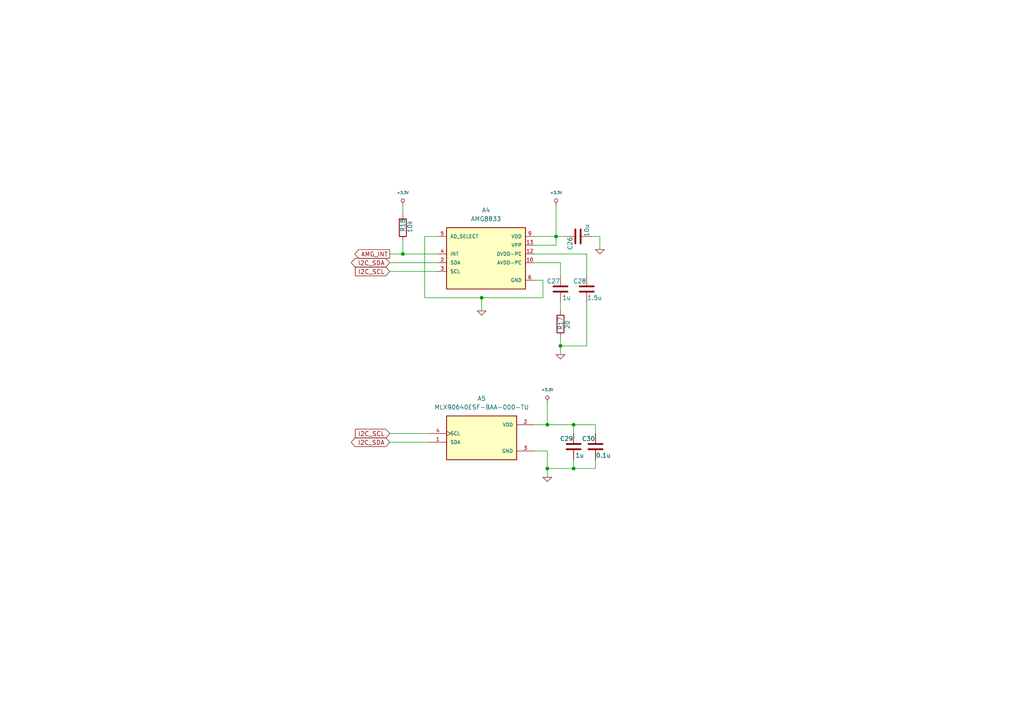
<source format=kicad_sch>
(kicad_sch (version 20250114) (generator "eeschema") (generator_version "9.0")
  (paper "A4")
  (title_block (date "2025-06-18") (rev "1"))
  (lib_symbols
    (symbol "Device:R" (pin_numbers (hide yes)) (pin_names (offset 0))
      (property "Reference" "R" (at 2.032 0 90))
      (property "Value" "R" (at 0 0 90))
      (symbol "R_0_1"
        (rectangle (start -1.016 -2.54) (end 1.016 2.54) (stroke (width 0.254)))
      )
      (symbol "R_1_1"
        (pin passive line (at 0 3.81 270) (length 1.27) (name "~") (number "1"))
        (pin passive line (at 0 -3.81 90) (length 1.27) (name "~") (number "2"))
      )
    )
    (symbol "HLDC_E1:+3.3V" (power) (pin_names (offset 0))
      (property "Value" "+3.3V" (at 0 2.794 0))
      (symbol "+3.3V_0_0"
        (pin power_in line (at 0 0 90) (length 0) (hide yes) (name "+3.3V") (number "1"))
      )
      (symbol "+3.3V_0_1"
        (circle (center 0 1.524) (radius 0.508))
        (polyline (pts (xy 0 0) (xy 0 1.016) (xy 0 1.016)))
      )
    )
    (symbol "HLDC_E1:AMG8833" (pin_names (offset 1.016))
      (property "Reference" "A" (at -10.176 7.632 0))
      (property "Value" "AMG8833" (at -10.1931 -12.7413 0))
      (symbol "AMG8833_0_0"
        (rectangle (start -10.16 -10.16) (end 12.7 7.62) (stroke (width 0.254)) (fill (type background)))
        (pin input line (at -12.7 5.08 0) (length 2.54) (name "AD_SELECT") (number "5"))
        (pin bidirectional line (at -12.7 0 0) (length 2.54) (name "INT") (number "4"))
        (pin bidirectional line (at -12.7 -2.54 0) (length 2.54) (name "SDA") (number "2"))
        (pin bidirectional line (at -12.7 -5.08 0) (length 2.54) (name "SCL") (number "3"))
        (pin power_in line (at 15.24 5.08 180) (length 2.54) (name "VDD") (number "9"))
        (pin power_in line (at 15.24 2.54 180) (length 2.54) (name "VPP") (number "13"))
        (pin power_in line (at 15.24 0 180) (length 2.54) (name "DVDD-PC") (number "12"))
        (pin power_in line (at 15.24 -2.54 180) (length 2.54) (name "AVDD-PC") (number "10"))
        (pin power_in line (at 15.24 -7.62 180) (length 2.54) (name "GND") (number "6"))
      )
    )
    (symbol "HLDC_E1:C" (pin_numbers (hide yes)) (pin_names (offset 0.254))
      (property "Reference" "C" (at 0 2.54 0))
      (property "Value" "C" (at 0.1524 -2.159 0))
      (symbol "C_0_1"
        (polyline (pts (xy -2.032 0.762) (xy 2.032 0.762)) (stroke (width 0.508)))
        (polyline (pts (xy -2.032 -0.762) (xy 2.032 -0.762)) (stroke (width 0.508)))
      )
      (symbol "C_1_1"
        (pin passive line (at 0 3.81 270) (length 3.048) (name "~") (number "1"))
        (pin passive line (at 0 -3.81 90) (length 3.048) (name "~") (number "2"))
      )
    )
    (symbol "HLDC_E1:GND" (power) (pin_names (offset 0))
      (symbol "GND_0_1"
        (polyline (pts (xy -1.27 0) (xy 0 -1.27) (xy 1.27 0) (xy -1.27 0)))
      )
      (symbol "GND_1_1"
        (pin power_in line (at 0 0 90) (length 0) (hide yes) (name "GND") (number "1"))
      )
    )
    (symbol "HLDC_E1:MLX90640ESF-BAA-000-TU" (pin_names (offset 1.016))
      (property "Reference" "A" (at -10.16 5.588 0))
      (property "Value" "MLX90640ESF-BAA-000-TU" (at -10.16 -8.89 0))
      (symbol "MLX90640ESF-BAA-000-TU_0_0"
        (rectangle (start -10.16 -7.62) (end 10.16 5.08) (stroke (width 0.254)) (fill (type background)))
        (pin input clock (at -15.24 0 0) (length 5.08) (name "SCL") (number "4"))
        (pin bidirectional line (at -15.24 -2.54 0) (length 5.08) (name "SDA") (number "1"))
        (pin power_in line (at 15.24 2.54 180) (length 5.08) (name "VDD") (number "2"))
        (pin power_in line (at 15.24 -5.08 180) (length 5.08) (name "GND") (number "3"))
      )
    )
  )
  (junction (at 116.84 73.66))
  (junction (at 166.37 135.89))
  (junction (at 139.7 86.36))
  (junction (at 158.75 135.89))
  (junction (at 162.56 100.33))
  (junction (at 158.75 123.19))
  (junction (at 161.29 68.58))
  (junction (at 166.37 123.19))
  (wire (pts (xy 161.29 71.12) (xy 154.94 71.12)))
  (wire (pts (xy 127 73.66) (xy 116.84 73.66)))
  (wire (pts (xy 170.18 100.33) (xy 162.56 100.33)))
  (wire (pts (xy 154.94 130.81) (xy 158.75 130.81)))
  (wire (pts (xy 123.19 86.36) (xy 139.7 86.36)))
  (wire (pts (xy 157.48 86.36) (xy 139.7 86.36)))
  (wire (pts (xy 139.7 86.36) (xy 139.7 90.17)))
  (wire (pts (xy 116.84 59.69) (xy 116.84 62.23)))
  (wire (pts (xy 158.75 116.84) (xy 158.75 123.19)))
  (wire (pts (xy 154.94 73.66) (xy 170.18 73.66)))
  (wire (pts (xy 171.45 68.58) (xy 173.99 68.58)))
  (wire (pts (xy 154.94 81.28) (xy 157.48 81.28)))
  (wire (pts (xy 170.18 87.63) (xy 170.18 100.33)))
  (wire (pts (xy 157.48 81.28) (xy 157.48 86.36)))
  (wire (pts (xy 162.56 76.2) (xy 162.56 80.01)))
  (wire (pts (xy 170.18 73.66) (xy 170.18 80.01)))
  (wire (pts (xy 166.37 135.89) (xy 158.75 135.89)))
  (wire (pts (xy 116.84 73.66) (xy 116.84 69.85)))
  (wire (pts (xy 161.29 68.58) (xy 163.83 68.58)))
  (wire (pts (xy 154.94 76.2) (xy 162.56 76.2)))
  (wire (pts (xy 161.29 59.69) (xy 161.29 68.58)))
  (wire (pts (xy 173.99 68.58) (xy 173.99 72.39)))
  (wire (pts (xy 158.75 135.89) (xy 158.75 138.43)))
  (wire (pts (xy 113.03 73.66) (xy 116.84 73.66)))
  (wire (pts (xy 172.72 133.35) (xy 172.72 135.89)))
  (wire (pts (xy 154.94 68.58) (xy 161.29 68.58)))
  (wire (pts (xy 162.56 97.79) (xy 162.56 100.33)))
  (wire (pts (xy 113.03 125.73) (xy 124.46 125.73)))
  (wire (pts (xy 158.75 123.19) (xy 166.37 123.19)))
  (wire (pts (xy 172.72 135.89) (xy 166.37 135.89)))
  (wire (pts (xy 166.37 123.19) (xy 166.37 125.73)))
  (wire (pts (xy 166.37 133.35) (xy 166.37 135.89)))
  (wire (pts (xy 123.19 68.58) (xy 123.19 86.36)))
  (wire (pts (xy 127 68.58) (xy 123.19 68.58)))
  (wire (pts (xy 158.75 123.19) (xy 154.94 123.19)))
  (wire (pts (xy 113.03 128.27) (xy 124.46 128.27)))
  (wire (pts (xy 162.56 100.33) (xy 162.56 102.87)))
  (wire (pts (xy 161.29 68.58) (xy 161.29 71.12)))
  (wire (pts (xy 166.37 123.19) (xy 172.72 123.19)))
  (wire (pts (xy 172.72 123.19) (xy 172.72 125.73)))
  (wire (pts (xy 113.03 76.2) (xy 127 76.2)))
  (wire (pts (xy 113.03 78.74) (xy 127 78.74)))
  (wire (pts (xy 162.56 87.63) (xy 162.56 90.17)))
  (wire (pts (xy 158.75 130.81) (xy 158.75 135.89)))
  (global_label "I2C_SDA" (shape bidirectional) (at 113.03 76.2 180) (property "Intersheetrefs" "${INTERSHEET_REFS}" (effects (hide yes))))
  (global_label "I2C_SCL" (shape input) (at 113.03 78.74 180) (property "Intersheetrefs" "${INTERSHEET_REFS}" (effects (hide yes))))
  (global_label "AMG_INT" (shape output) (at 113.03 73.66 180) (property "Intersheetrefs" "${INTERSHEET_REFS}" (effects (hide yes))))
  (global_label "I2C_SDA" (shape bidirectional) (at 113.03 128.27 180) (property "Intersheetrefs" "${INTERSHEET_REFS}" (effects (hide yes))))
  (global_label "I2C_SCL" (shape input) (at 113.03 125.73 180) (property "Intersheetrefs" "${INTERSHEET_REFS}" (effects (hide yes))))
  (symbol (lib_id "HLDC_E1:+3.3V") (at 161.29 59.69 0) (unit 1)
    (property "Reference" "#PWR041" (effects (hide yes)))
    (property "Value" "+3.3V" (at 161.29 55.88 0) (effects (font (size 0.762 0.762))))
  )
  (symbol (lib_id "Device:R") (at 116.84 66.04 0) (unit 1)
    (property "Reference" "R18" (at 116.84 67.31 90) (effects (justify left)))
    (property "Value" "10k" (at 118.872 67.564 90) (effects (justify left)))
    (property "Footprint" "HLDC_E1:R_0603_1608Metric" (effects (hide yes)))
    (property "Description" "Resistor" (effects (hide yes)))
    (property "CLASSIFICATION" "CA" (effects (hide yes)))
    (property "DESCRIPTION" "RESISTER" (effects (hide yes)))
    (property "MAKER" "Panasonic" (effects (hide yes)))
    (property "PARTNUMBER" "ERJ3GEYJ103V" (effects (hide yes)))
  )
  (symbol (lib_id "HLDC_E1:+3.3V") (at 158.75 116.84 0) (unit 1)
    (property "Reference" "#PWR047" (effects (hide yes)))
    (property "Value" "+3.3V" (at 158.75 113.03 0) (effects (font (size 0.762 0.762))))
  )
  (symbol (lib_id "HLDC_E1:GND") (at 158.75 138.43 0) (unit 1)
    (property "Reference" "#PWR045" (effects (hide yes)))
    (property "Value" "GND" (effects (hide yes)))
  )
  (symbol (lib_id "Device:R") (at 162.56 93.98 0) (unit 1)
    (property "Reference" "R17" (at 162.56 95.758 90) (effects (justify left)))
    (property "Value" "20" (at 164.592 95.504 90) (effects (justify left)))
    (property "Footprint" "HLDC_E1:R_0603_1608Metric" (effects (hide yes)))
    (property "Description" "Resistor" (effects (hide yes)))
    (property "CLASSIFICATION" "CA" (effects (hide yes)))
    (property "DESCRIPTION" "RESISTER" (effects (hide yes)))
    (property "MAKER" "Panasonic" (effects (hide yes)))
    (property "PARTNUMBER" "ERJ3GEYJ200V" (effects (hide yes)))
  )
  (symbol (lib_id "HLDC_E1:GND") (at 139.7 90.17 0) (unit 1)
    (property "Reference" "#PWR043" (effects (hide yes)))
    (property "Value" "GND" (effects (hide yes)))
  )
  (symbol (lib_id "HLDC_E1:+3.3V") (at 116.84 59.69 0) (unit 1)
    (property "Reference" "#PWR048" (effects (hide yes)))
    (property "Value" "+3.3V" (at 116.84 55.88 0) (effects (font (size 0.762 0.762))))
  )
  (symbol (lib_id "HLDC_E1:C") (at 167.64 68.58 270) (unit 1)
    (property "Reference" "C26" (at 165.354 70.612 0))
    (property "Value" "10u" (at 170.18 66.802 0))
    (property "Footprint" "HLDC_E1:C_0603_1608Metric" (effects (hide yes)))
    (property "Description" "Unpolarized capacitor" (effects (hide yes)))
    (property "CLASSIFICATION" "CA" (effects (hide yes)))
    (property "DESCRIPTION" "CAPACITOR" (effects (hide yes)))
    (property "MAKER" "Murata" (effects (hide yes)))
    (property "PARTNUMBER" "GRM188C81C106MA73" (effects (hide yes)))
    (property "REMARKS" "16VDC" (effects (hide yes)))
  )
  (symbol (lib_id "HLDC_E1:GND") (at 162.56 102.87 0) (unit 1)
    (property "Reference" "#PWR044" (effects (hide yes)))
    (property "Value" "GND" (effects (hide yes)))
  )
  (symbol (lib_id "HLDC_E1:C") (at 162.56 83.82 180) (unit 1)
    (property "Reference" "C27" (at 160.528 81.534 0))
    (property "Value" "1u" (at 164.338 86.36 0))
    (property "Footprint" "HLDC_E1:C_0603_1608Metric" (effects (hide yes)))
    (property "Description" "Unpolarized capacitor" (effects (hide yes)))
    (property "CLASSIFICATION" "CA" (effects (hide yes)))
    (property "DESCRIPTION" "CAPACITOR" (effects (hide yes)))
    (property "MAKER" "Murata" (effects (hide yes)))
    (property "PARTNUMBER" "GRM185R61C105KE44" (effects (hide yes)))
    (property "REMARKS" "100VDC" (effects (hide yes)))
  )
  (symbol (lib_id "HLDC_E1:AMG8833") (at 139.7 73.66 0) (unit 1)
    (property "Reference" "A4" (at 140.97 60.96 0))
    (property "Value" "AMG8833" (at 140.97 63.5 0))
    (property "Footprint" "HLDC_E1:XDCR_AMG8833" (effects (hide yes)))
    (property "Description" "IR Sensor Array" (effects (hide yes)))
    (property "MAKER" "Panasonic" (effects (hide yes)))
    (property "CLASSIFICATION" "CA" (effects (hide yes)))
    (property "PARTNUMBER" "AMG8833" (effects (hide yes)))
    (property "DESCRIPTION" "IR Sensor Array" (effects (hide yes)))
  )
  (symbol (lib_id "HLDC_E1:GND") (at 173.99 72.39 0) (unit 1)
    (property "Reference" "#PWR042" (effects (hide yes)))
    (property "Value" "GND" (effects (hide yes)))
  )
  (symbol (lib_id "HLDC_E1:C") (at 172.72 129.54 180) (unit 1)
    (property "Reference" "C30" (at 170.688 127.254 0))
    (property "Value" "0.1u" (at 175.006 132.08 0))
    (property "Footprint" "HLDC_E1:C_0603_1608Metric" (effects (hide yes)))
    (property "Description" "Unpolarized capacitor" (effects (hide yes)))
    (property "CLASSIFICATION" "CA" (effects (hide yes)))
    (property "DESCRIPTION" "CAPACITOR" (effects (hide yes)))
    (property "MAKER" "Murata" (effects (hide yes)))
    (property "PARTNUMBER" "GRM188R72A104MA35" (effects (hide yes)))
    (property "REMARKS" "50VDC" (effects (hide yes)))
  )
  (symbol (lib_id "HLDC_E1:C") (at 170.18 83.82 180) (unit 1)
    (property "Reference" "C28" (at 168.148 81.534 0))
    (property "Value" "1.5u" (at 172.466 86.36 0))
    (property "Footprint" "HLDC_E1:C_0603_1608Metric" (effects (hide yes)))
    (property "Description" "Unpolarized capacitor" (effects (hide yes)))
    (property "CLASSIFICATION" "CA" (effects (hide yes)))
    (property "DESCRIPTION" "CAPACITOR" (effects (hide yes)))
    (property "MAKER" "TDK" (effects (hide yes)))
    (property "PARTNUMBER" "CGA3E1X5R1C155K080AC " (effects (hide yes)))
    (property "REMARKS" "16VDC" (effects (hide yes)))
  )
  (symbol (lib_id "HLDC_E1:MLX90640ESF-BAA-000-TU") (at 139.7 125.73 0) (unit 1)
    (property "Reference" "A5" (at 139.7 115.57 0))
    (property "Value" "MLX90640ESF-BAA-000-TU" (at 139.7 118.11 0))
    (property "Footprint" "HLDC_E1:TO292P930H600-4" (effects (hide yes)))
    (property "Description" "IR Sensor Array" (effects (hide yes)))
    (property "PARTREV" "11" (effects (hide yes)))
    (property "STANDARD" "IPC-7351B" (effects (hide yes)))
    (property "MAXIMUM_PACKAGE_HEIGHT" "6.0 mm" (effects (hide yes)))
    (property "MANUFACTURER" "Melexis" (effects (hide yes)))
    (property "CLASSIFICATION" "PA" (effects (hide yes)))
    (property "MAKER" "Melexis" (effects (hide yes)))
    (property "PARTNUMBER" "MLX90640ESF-BAA-000-TU" (effects (hide yes)))
    (property "DESCRIPTION" "IR Sensor Array" (effects (hide yes)))
  )
  (symbol (lib_id "HLDC_E1:C") (at 166.37 129.54 180) (unit 1)
    (property "Reference" "C29" (at 164.338 127.254 0))
    (property "Value" "1u" (at 168.148 132.08 0))
    (property "Footprint" "HLDC_E1:C_0603_1608Metric" (effects (hide yes)))
    (property "Description" "Unpolarized capacitor" (effects (hide yes)))
    (property "CLASSIFICATION" "CA" (effects (hide yes)))
    (property "DESCRIPTION" "CAPACITOR" (effects (hide yes)))
    (property "MAKER" "Murata" (effects (hide yes)))
    (property "PARTNUMBER" "GRM185R61C105KE44" (effects (hide yes)))
    (property "REMARKS" "100VDC" (effects (hide yes)))
  )
)
</source>
